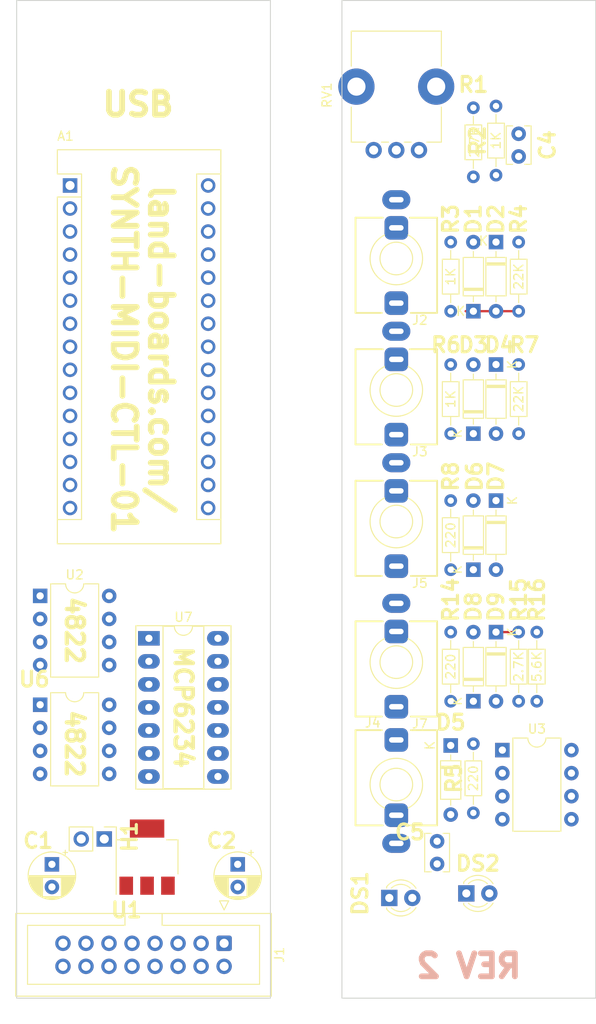
<source format=kicad_pcb>
(kicad_pcb (version 20211014) (generator pcbnew)
  (title_block (title "SYNTH MIDI COMTROLLER") (date "2022-10-11") (rev "2") (company "LAND BOARDS, LLC"))
  (layers (0 "F.Cu" signal) (31 "B.Cu" signal) (34 "B.Paste" user) (35 "F.Paste" user) (36 "B.SilkS" user "B.Silkscreen") (37 "F.SilkS" user "F.Silkscreen") (38 "B.Mask" user) (39 "F.Mask" user) (44 "Edge.Cuts" user))
  (net 0 "")
  (net 1 "Net-(D5-Pad1)")
  (net 2 "+3V3")
  (net 3 "+5V")
  (net 4 "/FREQ_POT")
  (net 6 "+12V")
  (net 7 "/GATE")
  (net 8 "Net-(C1-Pad1)")
  (net 13 "/RXD")
  (net 14 "/MIDI_IN")
  (net 15 "/CLK")
  (net 16 "Net-(D5-Pad2)")
  (net 17 "Net-(DS1-Pad2)")
  (net 18 "Net-(J2-PadT)")
  (net 19 "Net-(J3-PadT)")
  (net 20 "Net-(DS2-Pad2)")
  (net 22 "Net-(R2-Pad1)")
  (net 24 "Net-(C5-Pad1)")
  (net 25 "/SPI_SS")
  (net 26 "/SPI_LDAC")
  (net 27 "/SPI_SCK")
  (net 28 "Net-(R15-Pad1)")
  (net 29 "Net-(D6-Pad2)")
  (net 30 "Net-(D8-Pad2)")
  (net 32 "/SPI_MOSI")
  (net 33 "GND")
  (net 35 "/CV1")
  (net 36 "/CV2")
  (net 72 "/CVX")
  (net 73 "/DIGX")
  (net 78 "Net-(U6-Pad6)")
  (net 79 "Net-(U7-Pad3)")
  (footprint "Diode_THT:D_DO-35_SOD27_P7.62mm_Horizontal" (layer "F.Cu") (at 53 40.19 -90)
    (fp_text reference "D4" (at -2.159 -0.381 180) (layer "F.SilkS") (effects (font (size 1.651 1.651) (thickness 0.34925))))
    (fp_text value "BAT41")
    (fp_text user "K" (at 0 -1.8 90) (layer "F.SilkS"))
    (pad "1" thru_hole rect (at 0 0 270) (size 1.6 1.6) (drill 0.8) (layers *.Cu *.Mask) (net 15 "/CLK"))
    (pad "2" thru_hole oval (at 7.62 0 270) (size 1.6 1.6) (drill 0.8) (layers *.Cu *.Mask) (net 33 "GND"))
  )
  (footprint "Capacitor_THT:CP_Radial_D5.0mm_P2.50mm" (layer "F.Cu") (at 24.5 95.294888 -90)
    (fp_text reference "C2" (at -2.604888 1.778 180) (layer "F.SilkS") (effects (font (size 1.651 1.651) (thickness 0.34925))))
    (fp_text value "47uF")
    (pad "1" thru_hole rect (at 0 0 270) (size 1.6 1.6) (drill 0.8) (layers *.Cu *.Mask) (net 2 "+3V3"))
    (pad "2" thru_hole circle (at 2.5 0 270) (size 1.6 1.6) (drill 0.8) (layers *.Cu *.Mask) (net 33 "GND"))
  )
  (footprint "Diode_THT:D_DO-35_SOD27_P7.62mm_Horizontal" (layer "F.Cu") (at 53 69.69 -90)
    (fp_text reference "D9" (at -2.794 0 90) (layer "F.SilkS") (effects (font (size 1.651 1.651) (thickness 0.34925))))
    (fp_text value "BAT41")
    (fp_text user "K" (at 0 -1.8 90) (layer "F.SilkS"))
    (pad "1" thru_hole rect (at 0 0 270) (size 1.6 1.6) (drill 0.8) (layers *.Cu *.Mask) (net 30 "Net-(D8-Pad2)"))
    (pad "2" thru_hole oval (at 7.62 0 270) (size 1.6 1.6) (drill 0.8) (layers *.Cu *.Mask) (net 33 "GND"))
  )
  (footprint "Potentiometer_THT:Potentiometer_Bourns_PTV09A-1_Single_Vertical" (layer "F.Cu") (at 44.5 16.55 90)
    (fp_text reference "RV1" (at 6.05 -10.15 90) (layer "F.SilkS"))
    (fp_text value "100K")
    (pad "" np_thru_hole circle (at 7 1.9 90) (size 4 4) (drill 2) (layers *.Cu *.Mask))
    (pad "" np_thru_hole circle (at 7 -6.9 90) (size 4 4) (drill 2) (layers *.Cu *.Mask))
    (pad "1" thru_hole circle (at 0 0 90) (size 1.8 1.8) (drill 1) (layers *.Cu *.Mask) (net 2 "+3V3"))
    (pad "2" thru_hole circle (at 0 -2.5 90) (size 1.8 1.8) (drill 1) (layers *.Cu *.Mask) (net 22 "Net-(R2-Pad1)"))
    (pad "3" thru_hole circle (at 0 -5 90) (size 1.8 1.8) (drill 1) (layers *.Cu *.Mask) (net 33 "GND"))
  )
  (footprint "Resistor_THT:R_Axial_DIN0204_L3.6mm_D1.6mm_P7.62mm_Horizontal" (layer "F.Cu") (at 48 55.19 -90)
    (fp_text reference "R8" (at -2.667 0 -90) (layer "F.SilkS") (effects (font (size 1.651 1.651) (thickness 0.34925))))
    (fp_text value "220" (at 3.81 0 90) (layer "F.SilkS"))
    (pad "1" thru_hole circle (at 0 0 270) (size 1.4 1.4) (drill 0.7) (layers *.Cu *.Mask) (net 29 "Net-(D6-Pad2)"))
    (pad "2" thru_hole oval (at 7.62 0 270) (size 1.4 1.4) (drill 0.7) (layers *.Cu *.Mask) (net 35 "/CV1"))
  )
  (footprint "Resistor_THT:R_Axial_DIN0204_L3.6mm_D1.6mm_P7.62mm_Horizontal" (layer "F.Cu") (at 48 40.19 -90)
    (fp_text reference "R6" (at -2.159 0.508 180) (layer "F.SilkS") (effects (font (size 1.651 1.651) (thickness 0.34925))))
    (fp_text value "1K" (at 3.81 0 90) (layer "F.SilkS"))
    (pad "1" thru_hole circle (at 0 0 270) (size 1.4 1.4) (drill 0.7) (layers *.Cu *.Mask) (net 15 "/CLK"))
    (pad "2" thru_hole oval (at 7.62 0 270) (size 1.4 1.4) (drill 0.7) (layers *.Cu *.Mask) (net 19 "Net-(J3-PadT)"))
  )
  (footprint "Resistor_THT:R_Axial_DIN0204_L3.6mm_D1.6mm_P7.62mm_Horizontal" (layer "F.Cu") (at 50.5 82 -90)
    (fp_text reference "R5" (at 3.81 2.159 -270) (layer "F.SilkS") (effects (font (size 1.651 1.651) (thickness 0.34925))))
    (fp_text value "220" (at 3.81 0 -270) (layer "F.SilkS"))
    (pad "1" thru_hole circle (at 0 0 270) (size 1.4 1.4) (drill 0.7) (layers *.Cu *.Mask) (net 14 "/MIDI_IN"))
    (pad "2" thru_hole oval (at 7.62 0 270) (size 1.4 1.4) (drill 0.7) (layers *.Cu *.Mask) (net 1 "Net-(D5-Pad1)"))
  )
  (footprint "Resistor_THT:R_Axial_DIN0204_L3.6mm_D1.6mm_P7.62mm_Horizontal" (layer "F.Cu") (at 55.5 77.31 90)
    (fp_text reference "R15" (at 11.176 0 270) (layer "F.SilkS") (effects (font (size 1.651 1.651) (thickness 0.34925))))
    (fp_text value "2.7K" (at 3.81 0 90) (layer "F.SilkS"))
    (pad "1" thru_hole circle (at 0 0 90) (size 1.4 1.4) (drill 0.7) (layers *.Cu *.Mask) (net 28 "Net-(R15-Pad1)"))
    (pad "2" thru_hole oval (at 7.62 0 90) (size 1.4 1.4) (drill 0.7) (layers *.Cu *.Mask) (net 30 "Net-(D8-Pad2)"))
  )
  (footprint "LandBoards_Conns:PJ-366ST" (layer "F.Cu") (at 42 43 180)
    (fp_text reference "J3" (at -2.6 -6.8) (layer "F.SilkS"))
    (fp_text value "AudioJack3")
    (pad "R" thru_hole roundrect (at 0 3.38 180) (size 2.6 2.6) (drill oval 1.6 0.6) (layers *.Cu *.Mask))
    (pad "S" thru_hole oval (at 0 6.48 180) (size 3.1 2.1) (drill oval 1.6 0.6) (layers *.Cu *.Mask) (net 33 "GND"))
    (pad "T" thru_hole roundrect (at 0 -4.92 180) (size 2.6 2.6) (drill oval 1.6 0.6) (layers *.Cu *.Mask) (net 19 "Net-(J3-PadT)"))
  )
  (footprint "Package_DIP:DIP-8_W7.62mm" (layer "F.Cu") (at 53.7 82.7)
    (fp_text reference "U3" (at 3.81 -2.33) (layer "F.SilkS"))
    (fp_text value "6N138")
    (pad "1" thru_hole rect (at 0 0) (size 1.6 1.6) (drill 0.8) (layers *.Cu *.Mask))
    (pad "2" thru_hole oval (at 0 2.54) (size 1.6 1.6) (drill 0.8) (layers *.Cu *.Mask) (net 1 "Net-(D5-Pad1)"))
    (pad "3" thru_hole oval (at 0 5.08) (size 1.6 1.6) (drill 0.8) (layers *.Cu *.Mask) (net 16 "Net-(D5-Pad2)"))
    (pad "4" thru_hole oval (at 0 7.62) (size 1.6 1.6) (drill 0.8) (layers *.Cu *.Mask))
    (pad "5" thru_hole oval (at 7.62 7.62) (size 1.6 1.6) (drill 0.8) (layers *.Cu *.Mask) (net 33 "GND"))
    (pad "6" thru_hole oval (at 7.62 5.08) (size 1.6 1.6) (drill 0.8) (layers *.Cu *.Mask) (net 13 "/RXD"))
    (pad "7" thru_hole oval (at 7.62 2.54) (size 1.6 1.6) (drill 0.8) (layers *.Cu *.Mask))
    (pad "8" thru_hole oval (at 7.62 0) (size 1.6 1.6) (drill 0.8) (layers *.Cu *.Mask))
  )
  (footprint "LandBoards_Conns:PJ-366ST" (layer "F.Cu") (at 42 57.5 180)
    (fp_text reference "J5" (at -2.6 -6.8) (layer "F.SilkS"))
    (fp_text value "AudioJack3")
    (pad "R" thru_hole roundrect (at 0 3.38 180) (size 2.6 2.6) (drill oval 1.6 0.6) (layers *.Cu *.Mask))
    (pad "S" thru_hole oval (at 0 6.48 180) (size 3.1 2.1) (drill oval 1.6 0.6) (layers *.Cu *.Mask) (net 33 "GND"))
    (pad "T" thru_hole roundrect (at 0 -4.92 180) (size 2.6 2.6) (drill oval 1.6 0.6) (layers *.Cu *.Mask) (net 35 "/CV1"))
  )
  (footprint "Diode_THT:D_DO-35_SOD27_P7.62mm_Horizontal" (layer "F.Cu") (at 50.5 62.81 90)
    (fp_text reference "D6" (at 10.287 0.127 90) (layer "F.SilkS") (effects (font (size 1.651 1.651) (thickness 0.34925))))
    (fp_text value "BAT41")
    (fp_text user "K" (at 0 -1.8 90) (layer "F.SilkS"))
    (pad "1" thru_hole rect (at 0 0 90) (size 1.6 1.6) (drill 0.8) (layers *.Cu *.Mask) (net 3 "+5V"))
    (pad "2" thru_hole oval (at 7.62 0 90) (size 1.6 1.6) (drill 0.8) (layers *.Cu *.Mask) (net 29 "Net-(D6-Pad2)"))
  )
  (footprint "Package_DIP:DIP-8_W7.62mm" (layer "F.Cu") (at 2.7 77.7)
    (fp_text reference "U6" (at -0.645 -2.804) (layer "F.SilkS") (effects (font (size 1.651 1.651) (thickness 0.34925))))
    (fp_text value "MCP4822-E/P")
    (pad "1" thru_hole rect (at 0 0) (size 1.6 1.6) (drill 0.8) (layers *.Cu *.Mask) (net 3 "+5V"))
    (pad "2" thru_hole oval (at 0 2.54) (size 1.6 1.6) (drill 0.8) (layers *.Cu *.Mask) (net 25 "/SPI_SS"))
    (pad "3" thru_hole oval (at 0 5.08) (size 1.6 1.6) (drill 0.8) (layers *.Cu *.Mask) (net 27 "/SPI_SCK"))
    (pad "4" thru_hole oval (at 0 7.62) (size 1.6 1.6) (drill 0.8) (layers *.Cu *.Mask) (net 32 "/SPI_MOSI"))
    (pad "5" thru_hole oval (at 7.62 7.62) (size 1.6 1.6) (drill 0.8) (layers *.Cu *.Mask) (net 26 "/SPI_LDAC"))
    (pad "6" thru_hole oval (at 7.62 5.08) (size 1.6 1.6) (drill 0.8) (layers *.Cu *.Mask) (net 78 "Net-(U6-Pad6)"))
    (pad "7" thru_hole oval (at 7.62 2.54) (size 1.6 1.6) (drill 0.8) (layers *.Cu *.Mask) (net 33 "GND"))
    (pad "8" thru_hole oval (at 7.62 0) (size 1.6 1.6) (drill 0.8) (layers *.Cu *.Mask) (net 79 "Net-(U7-Pad3)"))
  )
  (footprint "Diode_THT:D_DO-35_SOD27_P7.62mm_Horizontal" (layer "F.Cu") (at 48 82.19 -90)
    (fp_text reference "D5" (at -2.54 0 180) (layer "F.SilkS") (effects (font (size 1.651 1.651) (thickness 0.34925))))
    (fp_text value "1N914")
    (fp_text user "K" (at 0 2.286 90) (layer "F.SilkS"))
    (pad "1" thru_hole rect (at 0 0 270) (size 1.6 1.6) (drill 0.8) (layers *.Cu *.Mask) (net 1 "Net-(D5-Pad1)"))
    (pad "2" thru_hole oval (at 7.62 0 270) (size 1.6 1.6) (drill 0.8) (layers *.Cu *.Mask) (net 16 "Net-(D5-Pad2)"))
  )
  (footprint "Resistor_THT:R_Axial_DIN0204_L3.6mm_D1.6mm_P7.62mm_Horizontal" (layer "F.Cu") (at 48 69.69 -90)
    (fp_text reference "R14" (at -3.556 0 -90) (layer "F.SilkS") (effects (font (size 1.651 1.651) (thickness 0.34925))))
    (fp_text value "220" (at 3.81 0 90) (layer "F.SilkS"))
    (pad "1" thru_hole circle (at 0 0 270) (size 1.4 1.4) (drill 0.7) (layers *.Cu *.Mask) (net 30 "Net-(D8-Pad2)"))
    (pad "2" thru_hole oval (at 7.62 0 270) (size 1.4 1.4) (drill 0.7) (layers *.Cu *.Mask) (net 36 "/CV2"))
  )
  (footprint "Diode_THT:D_DO-35_SOD27_P7.62mm_Horizontal" (layer "F.Cu") (at 50.5 77.31 90)
    (fp_text reference "D8" (at 10.414 0 90) (layer "F.SilkS") (effects (font (size 1.651 1.651) (thickness 0.34925))))
    (fp_text value "BAT41")
    (fp_text user "K" (at 0 -1.8 90) (layer "F.SilkS"))
    (pad "1" thru_hole rect (at 0 0 90) (size 1.6 1.6) (drill 0.8) (layers *.Cu *.Mask) (net 3 "+5V"))
    (pad "2" thru_hole oval (at 7.62 0 90) (size 1.6 1.6) (drill 0.8) (layers *.Cu *.Mask) (net 30 "Net-(D8-Pad2)"))
  )
  (footprint "Package_DIP:DIP-14_W7.62mm_Socket_LongPads" (layer "F.Cu") (at 14.7 70.375)
    (fp_text reference "U7" (at 3.81 -2.33) (layer "F.SilkS"))
    (fp_text value "MCP6232")
    (pad "1" thru_hole rect (at 0 0) (size 2.4 1.6) (drill 0.8) (layers *.Cu *.Mask) (net 29 "Net-(D6-Pad2)"))
    (pad "2" thru_hole oval (at 0 2.54) (size 2.4 1.6) (drill 0.8) (layers *.Cu *.Mask) (net 29 "Net-(D6-Pad2)"))
    (pad "3" thru_hole oval (at 0 5.08) (size 2.4 1.6) (drill 0.8) (layers *.Cu *.Mask) (net 79 "Net-(U7-Pad3)"))
    (pad "4" thru_hole oval (at 0 7.62) (size 2.4 1.6) (drill 0.8) (layers *.Cu *.Mask) (net 3 "+5V"))
    (pad "5" thru_hole oval (at 0 10.16) (size 2.4 1.6) (drill 0.8) (layers *.Cu *.Mask) (net 78 "Net-(U6-Pad6)"))
    (pad "6" thru_hole oval (at 0 12.7) (size 2.4 1.6) (drill 0.8) (layers *.Cu *.Mask) (net 28 "Net-(R15-Pad1)"))
    (pad "7" thru_hole oval (at 0 15.24) (size 2.4 1.6) (drill 0.8) (layers *.Cu *.Mask) (net 30 "Net-(D8-Pad2)"))
    (pad "8" thru_hole oval (at 7.62 15.24) (size 2.4 1.6) (drill 0.8) (layers *.Cu *.Mask))
    (pad "9" thru_hole oval (at 7.62 12.7) (size 2.4 1.6) (drill 0.8) (layers *.Cu *.Mask))
    (pad "10" thru_hole oval (at 7.62 10.16) (size 2.4 1.6) (drill 0.8) (layers *.Cu *.Mask))
    (pad "11" thru_hole oval (at 7.62 7.62) (size 2.4 1.6) (drill 0.8) (layers *.Cu *.Mask) (net 33 "GND"))
    (pad "12" thru_hole oval (at 7.62 5.08) (size 2.4 1.6) (drill 0.8) (layers *.Cu *.Mask))
    (pad "13" thru_hole oval (at 7.62 2.54) (size 2.4 1.6) (drill 0.8) (layers *.Cu *.Mask))
    (pad "14" thru_hole oval (at 7.62 0) (size 2.4 1.6) (drill 0.8) (layers *.Cu *.Mask))
  )
  (footprint "Diode_THT:D_DO-35_SOD27_P7.62mm_Horizontal" (layer "F.Cu") (at 50.5 47.81 90)
    (fp_text reference "D3" (at 9.779 0 180) (layer "F.SilkS") (effects (font (size 1.651 1.651) (thickness 0.34925))))
    (fp_text value "BAT41")
    (fp_text user "K" (at 0 -1.8 90) (layer "F.SilkS"))
    (pad "1" thru_hole rect (at 0 0 90) (size 1.6 1.6) (drill 0.8) (layers *.Cu *.Mask) (net 3 "+5V"))
    (pad "2" thru_hole oval (at 7.62 0 90) (size 1.6 1.6) (drill 0.8) (layers *.Cu *.Mask) (net 15 "/CLK"))
  )
  (footprint "Diode_THT:D_DO-35_SOD27_P7.62mm_Horizontal" (layer "F.Cu") (at 50.5 34.31 90)
    (fp_text reference "D1" (at 10.16 0 90) (layer "F.SilkS") (effects (font (size 1.651 1.651) (thickness 0.34925))))
    (fp_text value "BAT41")
    (fp_text user "K" (at 0 -1.397 180) (layer "F.SilkS"))
    (pad "1" thru_hole rect (at 0 0 90) (size 1.6 1.6) (drill 0.8) (layers *.Cu *.Mask) (net 7 "/GATE"))
    (pad "2" thru_hole oval (at 7.62 0 90) (size 1.6 1.6) (drill 0.8) (layers *.Cu *.Mask) (net 33 "GND"))
  )
  (footprint "Resistor_THT:R_Axial_DIN0204_L3.6mm_D1.6mm_P7.62mm_Horizontal" (layer "F.Cu") (at 48 34.31 90)
    (fp_text reference "R3" (at 10.16 0 90) (layer "F.SilkS") (effects (font (size 1.651 1.651) (thickness 0.34925))))
    (fp_text value "1K" (at 3.81 0 90) (layer "F.SilkS"))
    (pad "1" thru_hole circle (at 0 0 90) (size 1.4 1.4) (drill 0.7) (layers *.Cu *.Mask) (net 7 "/GATE"))
    (pad "2" thru_hole oval (at 7.62 0 90) (size 1.4 1.4) (drill 0.7) (layers *.Cu *.Mask) (net 18 "Net-(J2-PadT)"))
  )
  (footprint "Diode_THT:D_DO-35_SOD27_P7.62mm_Horizontal" (layer "F.Cu") (at 53 55.19 -90)
    (fp_text reference "D7" (at -2.667 0 90) (layer "F.SilkS") (effects (font (size 1.651 1.651) (thickness 0.34925))))
    (fp_text value "BAT41")
    (fp_text user "K" (at 0 -1.8 90) (layer "F.SilkS"))
    (pad "1" thru_hole rect (at 0 0 270) (size 1.6 1.6) (drill 0.8) (layers *.Cu *.Mask) (net 29 "Net-(D6-Pad2)"))
    (pad "2" thru_hole oval (at 7.62 0 270) (size 1.6 1.6) (drill 0.8) (layers *.Cu *.Mask) (net 33 "GND"))
  )
  (footprint "Connector_IDC:IDC-Header_2x08_P2.54mm_Vertical" (layer "F.Cu") (at 23 104 -90)
    (fp_text reference "J1" (at 1.27 -6.1 90) (layer "F.SilkS"))
    (fp_text value "HEADER, SHRD, 2X8")
    (pad "1" thru_hole roundrect (at 0 0 270) (size 1.7 1.7) (drill 1) (layers *.Cu *.Mask) (roundrect_rratio 0.147059))
    (pad "2" thru_hole circle (at 2.54 0 270) (size 1.7 1.7) (drill 1) (layers *.Cu *.Mask))
    (pad "3" thru_hole circle (at 0 2.54 270) (size 1.7 1.7) (drill 1) (layers *.Cu *.Mask) (net 33 "GND"))
    (pad "4" thru_hole circle (at 2.54 2.54 270) (size 1.7 1.7) (drill 1) (layers *.Cu *.Mask) (net 33 "GND"))
    (pad "5" thru_hole circle (at 0 5.08 270) (size 1.7 1.7) (drill 1) (layers *.Cu *.Mask) (net 33 "GND"))
    (pad "6" thru_hole circle (at 2.54 5.08 270) (size 1.7 1.7) (drill 1) (layers *.Cu *.Mask) (net 33 "GND"))
    (pad "7" thru_hole circle (at 0 7.62 270) (size 1.7 1.7) (drill 1) (layers *.Cu *.Mask) (net 33 "GND"))
    (pad "8" thru_hole circle (at 2.54 7.62 270) (size 1.7 1.7) (drill 1) (layers *.Cu *.Mask) (net 33 "GND"))
    (pad "9" thru_hole circle (at 0 10.16 270) (size 1.7 1.7) (drill 1) (layers *.Cu *.Mask) (net 6 "+12V"))
    (pad "10" thru_hole circle (at 2.54 10.16 270) (size 1.7 1.7) (drill 1) (layers *.Cu *.Mask) (net 6 "+12V"))
    (pad "11" thru_hole circle (at 0 12.7 270) (size 1.7 1.7) (drill 1) (layers *.Cu *.Mask) (net 3 "+5V"))
    (pad "12" thru_hole circle (at 2.54 12.7 270) (size 1.7 1.7) (drill 1) (layers *.Cu *.Mask) (net 3 "+5V"))
    (pad "13" thru_hole circle (at 0 15.24 270) (size 1.7 1.7) (drill 1) (layers *.Cu *.Mask) (net 72 "/CVX"))
    (pad "14" thru_hole circle (at 2.54 15.24 270) (size 1.7 1.7) (drill 1) (layers *.Cu *.Mask) (net 72 "/CVX"))
    (pad "15" thru_hole circle (at 0 17.78 270) (size 1.7 1.7) (drill 1) (layers *.Cu *.Mask) (net 73 "/DIGX"))
    (pad "16" thru_hole circle (at 2.54 17.78 270) (size 1.7 1.7) (drill 1) (layers *.Cu *.Mask) (net 73 "/DIGX"))
  )
  (footprint "Resistor_THT:R_Axial_DIN0204_L3.6mm_D1.6mm_P7.62mm_Horizontal" (layer "F.Cu") (at 53 11.69 -90)
    (fp_text reference "R2" (at 3.81 2.032 90) (layer "F.SilkS") (effects (font (size 1.651 1.651) (thickness 0.34925))))
    (fp_text value "1K" (at 3.81 0 90) (layer "F.SilkS"))
    (pad "1" thru_hole circle (at 0 0 270) (size 1.4 1.4) (drill 0.7) (layers *.Cu *.Mask) (net 22 "Net-(R2-Pad1)"))
    (pad "2" thru_hole oval (at 7.62 0 270) (size 1.4 1.4) (drill 0.7) (layers *.Cu *.Mask) (net 4 "/FREQ_POT"))
  )
  (footprint "Package_DIP:DIP-8_W7.62mm" (layer "F.Cu") (at 2.7 65.7)
    (fp_text reference "U2" (at 3.81 -2.33) (layer "F.SilkS"))
    (fp_text value "MCP4822-E/P")
    (pad "1" thru_hole rect (at 0 0) (size 1.6 1.6) (drill 0.8) (layers *.Cu *.Mask))
    (pad "2" thru_hole oval (at 0 2.54) (size 1.6 1.6) (drill 0.8) (layers *.Cu *.Mask))
    (pad "3" thru_hole oval (at 0 5.08) (size 1.6 1.6) (drill 0.8) (layers *.Cu *.Mask))
    (pad "4" thru_hole oval (at 0 7.62) (size 1.6 1.6) (drill 0.8) (layers *.Cu *.Mask))
    (pad "5" thru_hole oval (at 7.62 7.62) (size 1.6 1.6) (drill 0.8) (layers *.Cu *.Mask))
    (pad "6" thru_hole oval (at 7.62 5.08) (size 1.6 1.6) (drill 0.8) (layers *.Cu *.Mask))
    (pad "7" thru_hole oval (at 7.62 2.54) (size 1.6 1.6) (drill 0.8) (layers *.Cu *.Mask))
    (pad "8" thru_hole oval (at 7.62 0) (size 1.6 1.6) (drill 0.8) (layers *.Cu *.Mask))
  )
  (footprint "Diode_THT:D_DO-35_SOD27_P7.62mm_Horizontal" (layer "F.Cu") (at 53 26.69 -90)
    (fp_text reference "D2" (at -2.54 0 90) (layer "F.SilkS") (effects (font (size 1.651 1.651) (thickness 0.34925))))
    (fp_text value "BAT41")
    (fp_text user "K" (at -0.127 1.397 180) (layer "F.SilkS"))
    (pad "1" thru_hole rect (at 0 0 270) (size 1.6 1.6) (drill 0.8) (layers *.Cu *.Mask) (net 3 "+5V"))
    (pad "2" thru_hole oval (at 7.62 0 270) (size 1.6 1.6) (drill 0.8) (layers *.Cu *.Mask) (net 7 "/GATE"))
  )
  (footprint "Connector_PinHeader_2.54mm:PinHeader_1x02_P2.54mm_Vertical" (layer "F.Cu") (at 9.775 92.5 -90)
    (fp_text reference "H1" (at -0.254 -2.789 -270) (layer "F.SilkS") (effects (font (size 1.651 1.651) (thickness 0.34925))))
    (fp_text value "HEADER, 1x2")
    (pad "1" thru_hole rect (at 0 0 270) (size 1.7 1.7) (drill 1) (layers *.Cu *.Mask) (net 3 "+5V"))
    (pad "2" thru_hole oval (at 0 2.54 270) (size 1.7 1.7) (drill 1) (layers *.Cu *.Mask) (net 8 "Net-(C1-Pad1)"))
  )
  (footprint "Resistor_THT:R_Axial_DIN0204_L3.6mm_D1.6mm_P7.62mm_Horizontal" (layer "F.Cu") (at 57.5 69.69 -90)
    (fp_text reference "R16" (at -3.556 0 -90) (layer "F.SilkS") (effects (font (size 1.651 1.651) (thickness 0.34925))))
    (fp_text value "5.6K" (at 3.81 0 90) (layer "F.SilkS"))
    (pad "1" thru_hole circle (at 0 0 270) (size 1.4 1.4) (drill 0.7) (layers *.Cu *.Mask) (net 33 "GND"))
    (pad "2" thru_hole oval (at 7.62 0 270) (size 1.4 1.4) (drill 0.7) (layers *.Cu *.Mask) (net 28 "Net-(R15-Pad1)"))
  )
  (footprint "Resistor_THT:R_Axial_DIN0204_L3.6mm_D1.6mm_P7.62mm_Horizontal" (layer "F.Cu") (at 50.5 19.5 90)
    (fp_text reference "R1" (at 10.16 0 180) (layer "F.SilkS") (effects (font (size 1.651 1.651) (thickness 0.34925))))
    (fp_text value "2.7K" (at 3.81 0.127 90) (layer "F.SilkS"))
    (pad "1" thru_hole circle (at 0 0 90) (size 1.4 1.4) (drill 0.7) (layers *.Cu *.Mask) (net 13 "/RXD"))
    (pad "2" thru_hole oval (at 7.62 0 90) (size 1.4 1.4) (drill 0.7) (layers *.Cu *.Mask) (net 2 "+3V3"))
  )
  (footprint "Resistor_THT:R_Axial_DIN0204_L3.6mm_D1.6mm_P7.62mm_Horizontal" (layer "F.Cu") (at 55.5 26.69 -90)
    (fp_text reference "R4" (at -2.54 0 90) (layer "F.SilkS") (effects (font (size 1.651 1.651) (thickness 0.34925))))
    (fp_text value "22K" (at 3.81 0 90) (layer "F.SilkS"))
    (pad "1" thru_hole circle (at 0 0 270) (size 1.4 1.4) (drill 0.7) (layers *.Cu *.Mask) (net 17 "Net-(DS1-Pad2)"))
    (pad "2" thru_hole oval (at 7.62 0 270) (size 1.4 1.4) (drill 0.7) (layers *.Cu *.Mask) (net 7 "/GATE"))
  )
  (footprint "Resistor_THT:R_Axial_DIN0204_L3.6mm_D1.6mm_P7.62mm_Horizontal" (layer "F.Cu") (at 55.5 47.81 90)
    (fp_text reference "R7" (at 9.779 0.635 180) (layer "F.SilkS") (effects (font (size 1.651 1.651) (thickness 0.34925))))
    (fp_text value "22K" (at 3.81 0 90) (layer "F.SilkS"))
    (pad "1" thru_hole circle (at 0 0 90) (size 1.4 1.4) (drill 0.7) (layers *.Cu *.Mask) (net 20 "Net-(DS2-Pad2)"))
    (pad "2" thru_hole oval (at 7.62 0 90) (size 1.4 1.4) (drill 0.7) (layers *.Cu *.Mask) (net 15 "/CLK"))
  )
  (footprint "Capacitor_THT:C_Rect_L4.0mm_W2.5mm_P2.50mm" (layer "F.Cu") (at 46.5 92.75 -90)
    (fp_text reference "C5" (at -1 3 180) (layer "F.SilkS") (effects (font (size 1.651 1.651) (thickness 0.34925))))
    (fp_text value "0.1uF")
    (pad "1" thru_hole circle (at 0 0 270) (size 1.6 1.6) (drill 0.8) (layers *.Cu *.Mask) (net 24 "Net-(C5-Pad1)"))
    (pad "2" thru_hole circle (at 2.5 0 270) (size 1.6 1.6) (drill 0.8) (layers *.Cu *.Mask) (net 33 "GND"))
  )
  (footprint "LandBoards_Conns:PJ-366ST" (layer "F.Cu") (at 42 86.5)
    (fp_text reference "J4" (at -2.6 -6.8) (layer "F.SilkS"))
    (fp_text value "AudioJack3")
    (pad "R" thru_hole roundrect (at 0 3.38) (size 2.6 2.6) (drill oval 1.6 0.6) (layers *.Cu *.Mask) (net 16 "Net-(D5-Pad2)"))
    (pad "S" thru_hole oval (at 0 6.48) (size 3.1 2.1) (drill oval 1.6 0.6) (layers *.Cu *.Mask) (net 24 "Net-(C5-Pad1)"))
    (pad "T" thru_hole roundrect (at 0 -4.92) (size 2.6 2.6) (drill oval 1.6 0.6) (layers *.Cu *.Mask) (net 14 "/MIDI_IN"))
  )
  (footprint "Module:Arduino_Nano" (layer "F.Cu") (at 6 20.45)
    (fp_text reference "A1" (at -0.5 -5.45) (layer "F.SilkS"))
    (fp_text value "Arduino_Nano_v3.x")
    (pad "1" thru_hole rect (at 0 0) (size 1.6 1.6) (drill 1) (layers *.Cu *.Mask))
    (pad "2" thru_hole oval (at 0 2.54) (size 1.6 1.6) (drill 1) (layers *.Cu *.Mask))
    (pad "3" thru_hole oval (at 0 5.08) (size 1.6 1.6) (drill 1) (layers *.Cu *.Mask))
    (pad "4" thru_hole oval (at 0 7.62) (size 1.6 1.6) (drill 1) (layers *.Cu *.Mask))
    (pad "5" thru_hole oval (at 0 10.16) (size 1.6 1.6) (drill 1) (layers *.Cu *.Mask))
    (pad "6" thru_hole oval (at 0 12.7) (size 1.6 1.6) (drill 1) (layers *.Cu *.Mask))
    (pad "7" thru_hole oval (at 0 15.24) (size 1.6 1.6) (drill 1) (layers *.Cu *.Mask))
    (pad "8" thru_hole oval (at 0 17.78) (size 1.6 1.6) (drill 1) (layers *.Cu *.Mask))
    (pad "9" thru_hole oval (at 0 20.32) (size 1.6 1.6) (drill 1) (layers *.Cu *.Mask))
    (pad "10" thru_hole oval (at 0 22.86) (size 1.6 1.6) (drill 1) (layers *.Cu *.Mask))
    (pad "11" thru_hole oval (at 0 25.4) (size 1.6 1.6) (drill 1) (layers *.Cu *.Mask))
    (pad "12" thru_hole oval (at 0 27.94) (size 1.6 1.6) (drill 1) (layers *.Cu *.Mask))
    (pad "13" thru_hole oval (at 0 30.48) (size 1.6 1.6) (drill 1) (layers *.Cu *.Mask))
    (pad "14" thru_hole oval (at 0 33.02) (size 1.6 1.6) (drill 1) (layers *.Cu *.Mask))
    (pad "15" thru_hole oval (at 0 35.56) (size 1.6 1.6) (drill 1) (layers *.Cu *.Mask))
    (pad "16" thru_hole oval (at 15.24 35.56) (size 1.6 1.6) (drill 1) (layers *.Cu *.Mask))
    (pad "17" thru_hole oval (at 15.24 33.02) (size 1.6 1.6) (drill 1) (layers *.Cu *.Mask))
    (pad "18" thru_hole oval (at 15.24 30.48) (size 1.6 1.6) (drill 1) (layers *.Cu *.Mask))
    (pad "19" thru_hole oval (at 15.24 27.94) (size 1.6 1.6) (drill 1) (layers *.Cu *.Mask))
    (pad "20" thru_hole oval (at 15.24 25.4) (size 1.6 1.6) (drill 1) (layers *.Cu *.Mask))
    (pad "21" thru_hole oval (at 15.24 22.86) (size 1.6 1.6) (drill 1) (layers *.Cu *.Mask))
    (pad "22" thru_hole oval (at 15.24 20.32) (size 1.6 1.6) (drill 1) (layers *.Cu *.Mask))
    (pad "23" thru_hole oval (at 15.24 17.78) (size 1.6 1.6) (drill 1) (layers *.Cu *.Mask))
    (pad "24" thru_hole oval (at 15.24 15.24) (size 1.6 1.6) (drill 1) (layers *.Cu *.Mask))
    (pad "25" thru_hole oval (at 15.24 12.7) (size 1.6 1.6) (drill 1) (layers *.Cu *.Mask))
    (pad "26" thru_hole oval (at 15.24 10.16) (size 1.6 1.6) (drill 1) (layers *.Cu *.Mask))
    (pad "27" thru_hole oval (at 15.24 7.62) (size 1.6 1.6) (drill 1) (layers *.Cu *.Mask))
    (pad "28" thru_hole oval (at 15.24 5.08) (size 1.6 1.6) (drill 1) (layers *.Cu *.Mask))
    (pad "29" thru_hole oval (at 15.24 2.54) (size 1.6 1.6) (drill 1) (layers *.Cu *.Mask))
    (pad "30" thru_hole oval (at 15.24 0) (size 1.6 1.6) (drill 1) (layers *.Cu *.Mask))
  )
  (footprint "LED_THT:LED_D3.0mm" (layer "F.Cu") (at 41.225 99)
    (fp_text reference "DS1" (at -3.225 -0.5 90) (layer "F.SilkS") (effects (font (size 1.651 1.651) (thickness 0.34925))))
    (fp_text value "LED, 3mm")
    (pad "1" thru_hole rect (at 0 0) (size 1.8 1.8) (drill 0.9) (layers *.Cu *.Mask) (net 33 "GND"))
    (pad "2" thru_hole circle (at 2.54 0) (size 1.8 1.8) (drill 0.9) (layers *.Cu *.Mask) (net 17 "Net-(DS1-Pad2)"))
  )
  (footprint "LandBoards_Conns:PJ-366ST" (layer "F.Cu") (at 42 28.5 180)
    (fp_text reference "J2" (at -2.6 -6.8) (layer "F.SilkS"))
    (fp_text value "AudioJack3")
    (pad "R" thru_hole roundrect (at 0 3.38 180) (size 2.6 2.6) (drill oval 1.6 0.6) (layers *.Cu *.Mask))
    (pad "S" thru_hole oval (at 0 6.48 180) (size 3.1 2.1) (drill oval 1.6 0.6) (layers *.Cu *.Mask) (net 33 "GND"))
    (pad "T" thru_hole roundrect (at 0 -4.92 180) (size 2.6 2.6) (drill oval 1.6 0.6) (layers *.Cu *.Mask) (net 18 "Net-(J2-PadT)"))
  )
  (footprint "Capacitor_THT:CP_Radial_D5.0mm_P2.50mm" (layer "F.Cu") (at 4 95.294888 -90)
    (fp_text reference "C1" (at -2.604888 1.524 180) (layer "F.SilkS") (effects (font (size 1.651 1.651) (thickness 0.34925))))
    (fp_text value "47uF")
    (pad "1" thru_hole rect (at 0 0 270) (size 1.6 1.6) (drill 0.8) (layers *.Cu *.Mask) (net 8 "Net-(C1-Pad1)"))
    (pad "2" thru_hole circle (at 2.5 0 270) (size 1.6 1.6) (drill 0.8) (layers *.Cu *.Mask) (net 33 "GND"))
  )
  (footprint "LandBoards_Conns:PJ-366ST" (layer "F.Cu") (at 42 73 180)
    (fp_text reference "J7" (at -2.6 -6.8) (layer "F.SilkS"))
    (fp_text value "AudioJack3")
    (pad "R" thru_hole roundrect (at 0 3.38 180) (size 2.6 2.6) (drill oval 1.6 0.6) (layers *.Cu *.Mask))
    (pad "S" thru_hole oval (at 0 6.48 180) (size 3.1 2.1) (drill oval 1.6 0.6) (layers *.Cu *.Mask) (net 33 "GND"))
    (pad "T" thru_hole roundrect (at 0 -4.92 180) (size 2.6 2.6) (drill oval 1.6 0.6) (layers *.Cu *.Mask) (net 36 "/CV2"))
  )
  (footprint "LED_THT:LED_D3.0mm" (layer "F.Cu") (at 49.725 98.5)
    (fp_text reference "DS2" (at 1.275 -3.302) (layer "F.SilkS") (effects (font (size 1.651 1.651) (thickness 0.34925))))
    (fp_text value "LED, 3mm")
    (pad "1" thru_hole rect (at 0 0) (size 1.8 1.8) (drill 0.9) (layers *.Cu *.Mask) (net 33 "GND"))
    (pad "2" thru_hole circle (at 2.54 0) (size 1.8 1.8) (drill 0.9) (layers *.Cu *.Mask) (net 20 "Net-(DS2-Pad2)"))
  )
  (footprint "Package_TO_SOT_SMD:SOT-223" (layer "F.Cu") (at 14.5 94.5 90)
    (fp_text reference "U1" (at -5.842 -2.286 180) (layer "F.SilkS") (effects (font (size 1.651 1.651) (thickness 0.34925))))
    (fp_text value "AZ1117H-5")
    (pad "1" smd rect (at -3.15 -2.3 90) (size 2 1.5) (layers "F.Cu" "F.Paste" "F.Mask") (net 33 "GND"))
    (pad "2" smd rect (at -3.15 0 90) (size 2 1.5) (layers "F.Cu" "F.Paste" "F.Mask") (net 8 "Net-(C1-Pad1)"))
    (pad "3" smd rect (at -3.15 2.3 90) (size 2 1.5) (layers "F.Cu" "F.Paste" "F.Mask") (net 6 "+12V"))
    (pad "4" smd rect (at 3.15 0 90) (size 2 3.8) (layers "F.Cu" "F.Paste" "F.Mask") (net 8 "Net-(C1-Pad1)"))
  )
  (footprint "Capacitor_THT:C_Rect_L4.0mm_W2.5mm_P2.50mm" (layer "F.Cu") (at 55.5 14.75 -90)
    (fp_text reference "C4" (at 1.25 -3.175 90) (layer "F.SilkS") (effects (font (size 1.651 1.651) (thickness 0.34925))))
    (fp_text value "220pF")
    (pad "1" thru_hole circle (at 0 0 270) (size 1.6 1.6) (drill 0.8) (layers *.Cu *.Mask) (net 4 "/FREQ_POT"))
    (pad "2" thru_hole circle (at 2.5 0 270) (size 1.6 1.6) (drill 0.8) (layers *.Cu *.Mask) (net 33 "GND"))
  )
  (gr_rect (start 0.11 0.05) (end 28.11 110.05) (layer "Edge.Cuts") (width 0.1) (fill none))
  (gr_rect (start 36 0.05) (end 64 110.05) (layer "Edge.Cuts") (width 0.1) (fill none))
  (gr_text "REV 2" (at 50 106.5) (layer "B.SilkS") (effects (font (size 2.54 2.54) (thickness 0.635)) (justify mirror)))
  (gr_text "MCP6234" (at 18.5 78 270) (layer "F.SilkS") (effects (font (size 1.905 1.905) (thickness 0.47625))))
  (gr_text "4822" (at 6.5 82 270) (layer "F.SilkS") (effects (font (size 1.905 1.905) (thickness 0.47625))))
  (gr_text "land-boards.com/\nSYNTH-MIDI-CTL-01" (at 14 38.5 270) (layer "F.SilkS") (effects (font (size 2.54 2.54) (thickness 0.635))))
  (gr_text "USB" (at 13.5 11.5) (layer "F.SilkS") (effects (font (size 2.54 2.54) (thickness 0.635))))
  (gr_text "4822" (at 6.5 69.5 270) (layer "F.SilkS") (effects (font (size 1.905 1.905) (thickness 0.47625))))
  (segment (start 52.825 34.31) (end 56 34.31) (width 0.25) (layer "F.Cu") (net 7))
  (segment (start 49.65 34.31) (end 52.825 34.31) (width 0.25) (layer "F.Cu") (net 7))
  (segment (start 52.325 69.69) (end 55.5 69.69) (width 0.25) (layer "F.Cu") (net 30))
)
</source>
